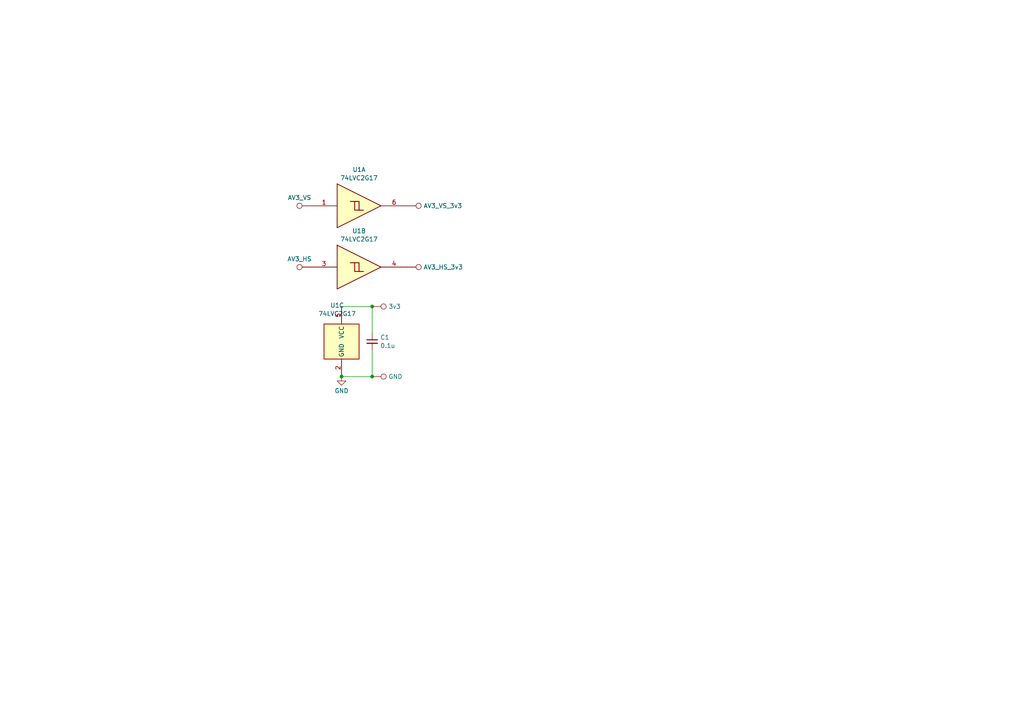
<source format=kicad_sch>
(kicad_sch (version 20250114) (generator "eeschema") (generator_version "9.0")
  (paper "A4")
  (title_block (title "HV syncfix for OSSC Pro v1.5") (date "2025-08-03") (rev "1.0"))
  (lib_symbols
    (symbol "74xGxx:74LVC2G17"
      (property "Reference" "U" (at -1.27 7.62 0))
      (property "Value" "74LVC2G17" (at 2.54 -7.62 0))
      (symbol "74LVC2G17_1_1"
        (polyline (pts (xy -7.62 6.35) (xy -7.62 -6.35) (xy 5.08 0) (xy -7.62 6.35)) (stroke (width 0.254)) (fill (type background)))
        (polyline (pts (xy -3.81 1.27) (xy -2.54 1.27) (xy -2.54 -1.27) (xy 0 -1.27)) (stroke (width 0.254)) (fill (type background)))
        (polyline (pts (xy -2.54 1.27) (xy -1.27 1.27) (xy -1.27 -1.27)) (stroke (width 0.254)) (fill (type background)))
        (pin input line (at -15.24 0 0) (length 7.62) (name "~") (number "1"))
        (pin output line (at 12.7 0 180) (length 7.62) (name "~") (number "6"))
      )
      (symbol "74LVC2G17_2_1"
        (polyline (pts (xy -7.62 6.35) (xy -7.62 -6.35) (xy 5.08 0) (xy -7.62 6.35)) (stroke (width 0.254)) (fill (type background)))
        (polyline (pts (xy -3.81 1.27) (xy -2.54 1.27) (xy -2.54 -1.27) (xy 0 -1.27)) (stroke (width 0.254)) (fill (type background)))
        (polyline (pts (xy -2.54 1.27) (xy -1.27 1.27) (xy -1.27 -1.27)) (stroke (width 0.254)) (fill (type background)))
        (pin input line (at -15.24 0 0) (length 7.62) (name "~") (number "3"))
        (pin output line (at 12.7 0 180) (length 7.62) (name "~") (number "4"))
      )
      (symbol "74LVC2G17_3_0"
        (rectangle (start -5.08 -5.08) (end 5.08 5.08) (stroke (width 0.254)) (fill (type background)))
      )
      (symbol "74LVC2G17_3_1"
        (pin power_in line (at 0 10.16 270) (length 5.08) (name "VCC") (number "5"))
        (pin power_in line (at 0 -10.16 90) (length 5.08) (name "GND") (number "2"))
      )
    )
    (symbol "Connector:TestPoint" (pin_numbers (hide yes)) (pin_names (offset 0.762) (hide yes))
      (property "Reference" "TP" (at 0 6.858 0))
      (property "Value" "TestPoint" (at 0 5.08 0))
      (symbol "TestPoint_0_1"
        (circle (center 0 3.302) (radius 0.762))
      )
      (symbol "TestPoint_1_1"
        (pin passive line (at 0 0 90) (length 2.54) (name "1") (number "1"))
      )
    )
    (symbol "Device:C_Small" (pin_numbers (hide yes)) (pin_names (offset 0.254) (hide yes))
      (property "Reference" "C" (at 0.254 1.778 0))
      (property "Value" "C_Small" (at 0.254 -2.032 0))
      (symbol "C_Small_0_1"
        (polyline (pts (xy -1.524 0.508) (xy 1.524 0.508)) (stroke (width 0.3048)))
        (polyline (pts (xy -1.524 -0.508) (xy 1.524 -0.508)) (stroke (width 0.3302)))
      )
      (symbol "C_Small_1_1"
        (pin passive line (at 0 2.54 270) (length 2.032) (name "~") (number "1"))
        (pin passive line (at 0 -2.54 90) (length 2.032) (name "~") (number "2"))
      )
    )
    (symbol "power:GND" (power) (pin_numbers (hide yes)) (pin_names (offset 0) (hide yes))
      (property "Value" "GND" (at 0 -3.81 0))
      (symbol "GND_0_1"
        (polyline (pts (xy 0 0) (xy 0 -1.27) (xy 1.27 -1.27) (xy 0 -2.54) (xy -1.27 -1.27) (xy 0 -1.27)))
      )
      (symbol "GND_1_1"
        (pin power_in line (at 0 0 270) (length 0) (name "~") (number "1"))
      )
    )
  )
  (junction (at 99.06 109.22))
  (junction (at 107.95 109.22))
  (junction (at 107.95 88.9))
  (wire (pts (xy 107.95 109.22) (xy 107.95 101.6)))
  (wire (pts (xy 99.06 109.22) (xy 107.95 109.22)))
  (wire (pts (xy 99.06 88.9) (xy 107.95 88.9)))
  (wire (pts (xy 107.95 88.9) (xy 107.95 96.52)))
  (symbol (lib_id "Connector:TestPoint") (at 118.11 59.69 270) (unit 1) (in_bom no)
    (property "Reference" "TP3" (effects (hide yes)))
    (property "Value" "AV3_VS_3v3" (at 122.809 59.69 90) (effects (justify left)))
    (property "Footprint" "custom_components:SMD_PAD" (effects (hide yes)))
    (property "Description" "test point" (effects (hide yes)))
  )
  (symbol (lib_id "74xGxx:74LVC2G17") (at 105.41 59.69 0) (unit 1)
    (property "Reference" "U1" (at 104.14 49.1955 0))
    (property "Value" "74LVC2G17" (at 104.14 51.6198 0))
    (property "Footprint" "custom_components:SC-70-6" (effects (hide yes)))
    (property "Datasheet" "http://www.ti.com/lit/sg/scyt129e/scyt129e.pdf" (effects (hide yes)))
    (property "Description" "Dual Buffer, Schmitt Triggered, Low-Voltage CMOS" (effects (hide yes)))
  )
  (symbol (lib_id "Connector:TestPoint") (at 90.17 59.69 90) (unit 1) (in_bom no)
    (property "Reference" "TP1" (effects (hide yes)))
    (property "Value" "AV3_VS" (at 86.868 57.3349 90))
    (property "Footprint" "custom_components:SMD_PAD" (effects (hide yes)))
    (property "Description" "test point" (effects (hide yes)))
  )
  (symbol (lib_id "power:GND") (at 99.06 109.22 0) (unit 1)
    (property "Reference" "#PWR01" (effects (hide yes)))
    (property "Value" "GND" (at 99.06 113.3531 0))
    (property "Description" "Power symbol creates a global label with name \"GND\" , ground" (effects (hide yes)))
  )
  (symbol (lib_id "Device:C_Small") (at 107.95 99.06 0) (unit 1)
    (property "Reference" "C1" (at 110.2741 97.8541 0) (effects (justify left)))
    (property "Value" "0.1u" (at 110.2741 100.2784 0) (effects (justify left)))
    (property "Footprint" "Capacitor_SMD:C_0402_1005Metric" (effects (hide yes)))
    (property "Description" "Unpolarized capacitor, small symbol" (effects (hide yes)))
  )
  (symbol (lib_id "Connector:TestPoint") (at 118.11 77.47 270) (unit 1) (in_bom no)
    (property "Reference" "TP4" (effects (hide yes)))
    (property "Value" "AV3_HS_3v3" (at 122.809 77.47 90) (effects (justify left)))
    (property "Footprint" "custom_components:SMD_PAD" (effects (hide yes)))
    (property "Description" "test point" (effects (hide yes)))
  )
  (symbol (lib_id "74xGxx:74LVC2G17") (at 105.41 77.47 0) (unit 2)
    (property "Reference" "U1" (at 104.14 66.9755 0))
    (property "Value" "74LVC2G17" (at 104.14 69.3998 0))
    (property "Footprint" "custom_components:SC-70-6" (effects (hide yes)))
    (property "Datasheet" "http://www.ti.com/lit/sg/scyt129e/scyt129e.pdf" (effects (hide yes)))
    (property "Description" "Dual Buffer, Schmitt Triggered, Low-Voltage CMOS" (effects (hide yes)))
  )
  (symbol (lib_id "Connector:TestPoint") (at 107.95 88.9 270) (unit 1) (in_bom no)
    (property "Reference" "TP5" (effects (hide yes)))
    (property "Value" "3v3" (at 112.649 88.9 90) (effects (justify left)))
    (property "Footprint" "custom_components:SMD_PAD" (effects (hide yes)))
    (property "Description" "test point" (effects (hide yes)))
  )
  (symbol (lib_id "Connector:TestPoint") (at 107.95 109.22 270) (unit 1) (in_bom no)
    (property "Reference" "TP6" (effects (hide yes)))
    (property "Value" "GND" (at 112.649 109.22 90) (effects (justify left)))
    (property "Footprint" "custom_components:SMD_PAD" (effects (hide yes)))
    (property "Description" "test point" (effects (hide yes)))
  )
  (symbol (lib_id "Connector:TestPoint") (at 90.17 77.47 90) (unit 1) (in_bom no)
    (property "Reference" "TP2" (effects (hide yes)))
    (property "Value" "AV3_HS" (at 86.868 75.1149 90))
    (property "Footprint" "custom_components:SMD_PAD" (effects (hide yes)))
    (property "Description" "test point" (effects (hide yes)))
  )
  (symbol (lib_id "74xGxx:74LVC2G17") (at 99.06 99.06 0) (unit 3)
    (property "Reference" "U1" (at 97.79 88.5655 0))
    (property "Value" "74LVC2G17" (at 97.79 90.9898 0))
    (property "Footprint" "custom_components:SC-70-6" (effects (hide yes)))
    (property "Datasheet" "http://www.ti.com/lit/sg/scyt129e/scyt129e.pdf" (effects (hide yes)))
    (property "Description" "Dual Buffer, Schmitt Triggered, Low-Voltage CMOS" (effects (hide yes)))
  )
)
</source>
